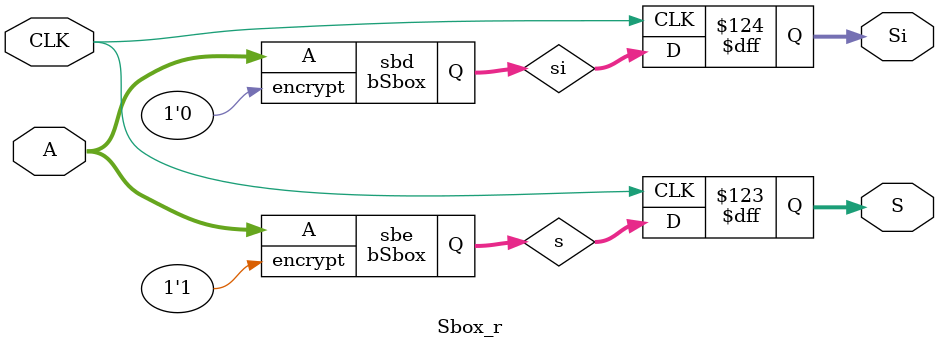
<source format=v>
/* =========================================================
 * AES S-box / InvS-box — Canright tower-field (all normal bases)
 * Case #4: [d^16, d], [alpha^8, alpha^2], [Omega^2, Omega]
 * nu = beta^8 = N^2*alpha^2, N = w^2
 * Notes:
 *  - Uses NAND/NOR/XNOR-friendly forms (~(a&b), ~| etc. avoided)
 *  - Combinational S-box top: bSbox
 *  - Registered wrapper top (optional): Sbox_r
 * ========================================================= */

/* -------- GF(2^2) primitives: normal basis [Omega^2, Omega] -------- */

/* square in GF(2^2); inverse equals square in any normal basis */
module GF_SQ_2 ( A, Q );
  input  [1:0] A;
  output [1:0] Q;
  assign Q = { A[0], A[1] };
endmodule

/* scale by w = Omega */
module GF_SCLW_2 ( A, Q );
  input  [1:0] A;
  output [1:0] Q;
  assign Q = { (A[1] ^ A[0]), A[1] };
endmodule

/* scale by w^2 = Omega^2 */
module GF_SCLW2_2 ( A, Q );
  input  [1:0] A;
  output [1:0] Q;
  assign Q = { A[0], (A[1] ^ A[0]) };
endmodule

/* multiply in GF(2^2), with shared factors */
module GF_MULS_2 ( A, ab, B, cd, Q );
  input  [1:0] A;  input ab;
  input  [1:0] B;  input cd;
  output [1:0] Q;
  wire abcd, p, q;
  assign abcd = ~(ab & cd);              /* NAND */
  assign p    = (~(A[1] & B[1])) ^ abcd;
  assign q    = (~(A[0] & B[0])) ^ abcd;
  assign Q    = { p, q };
endmodule

/* multiply & scale by N in GF(2^2), with shared factors */
module GF_MULS_SCL_2 ( A, ab, B, cd, Q );
  input  [1:0] A;  input ab;
  input  [1:0] B;  input cd;
  output [1:0] Q;
  wire t, p, q;
  assign t = ~(A[0] & B[0]);             /* NAND */
  assign p = (~(ab & cd)) ^ t;
  assign q = (~(A[1] & B[1])) ^ t;
  assign Q = { p, q };
endmodule

/* -------- GF(2^4) layer over GF(2^2): normal basis [alpha^8, alpha^2] -------- */

/* inverse in GF(2^4)/GF(2^2) */
module GF_INV_4 ( A, Q );
  input  [3:0] A;
  output [3:0] Q;
  wire [1:0] a, b, c, d, p, q;
  wire sa, sb, sd;

  assign a  = A[3:2];
  assign b  = A[1:0];
  assign sa = a[1] ^ a[0];
  assign sb = b[1] ^ b[0];

  /* optimized section (replaces: abmul+sq+scale+sq) */
  assign c = {
    ~(a[1] | b[1]) ^ (~(sa & sb)),
    ~(sa    | sb)  ^ (~(a[0] & b[0]))
  };
  GF_SQ_2 dinv( c, d );
  /* end optimization */

  assign sd = d[1] ^ d[0];
  GF_MULS_2 pmul( d, sd, b, sb, p );
  GF_MULS_2 qmul( d, sd, a, sa, q );
  assign Q = { p, q };
endmodule

/* square & scale by nu in GF(2^4)/GF(2^2), nu = beta^8 = N^2*alpha^2 */
module GF_SQ_SCL_4 ( A, Q );
  input  [3:0] A;
  output [3:0] Q;
  wire [1:0] a, b, ab2, b2, b2N2;
  assign a = A[3:2];
  assign b = A[1:0];
  GF_SQ_2   absq   ( a ^ b, ab2 );
  GF_SQ_2   bsq    ( b,     b2  );
  GF_SCLW_2 bmulN2 ( b2,    b2N2 );
  assign Q = { ab2, b2N2 };
endmodule

/* multiply in GF(2^4)/GF(2^2), with shared factors */
module GF_MULS_4 ( A, a, Al, Ah, aa, B, b, Bl, Bh, bb, Q );
  input  [3:0] A;  input [1:0] a;  input Al; input Ah; input aa;
  input  [3:0] B;  input [1:0] b;  input Bl; input Bh; input bb;
  output [3:0] Q;
  wire  [1:0] ph, pl, ps, p;
  wire  t;
  GF_MULS_2     himul( A[3:2], Ah,  B[3:2], Bh,  ph );
  GF_MULS_2     lomul( A[1:0], Al,  B[1:0], Bl,  pl );
  GF_MULS_SCL_2 summul( a,      aa,  b,      bb,  p  );
  assign Q = { (ph ^ p), (pl ^ p) };
endmodule

/* -------- GF(2^8) layer over GF(2^4): normal basis [d^16, d] -------- */

/* inverse in GF(2^8)/GF(2^4) */
module GF_INV_8 ( A, Q );
  input  [7:0] A;
  output [7:0] Q;
  wire [3:0] a, b, c, d, p, q;
  wire [1:0] sa, sb, sd, t;           /* shared factors for multipliers */
  wire al, ah, aa, bl, bh, bb, dl, dh, dd;
  wire c1, c2, c3;

  assign a  = A[7:4];
  assign b  = A[3:0];
  assign sa = a[3:2] ^ a[1:0];
  assign sb = b[3:2] ^ b[1:0];
  assign al = a[1] ^ a[0];
  assign ah = a[3] ^ a[2];
  assign aa = sa[1] ^ sa[0];
  assign bl = b[1] ^ b[0];
  assign bh = b[3] ^ b[2];
  assign bb = sb[1] ^ sb[0];

  /* optimized section (replaces: abmul + sq_scale + inv_4 on ab^ab2) */
  assign c1 = ~(ah & bh);
  assign c2 = ~(sa[0] & sb[0]);
  assign c3 = ~(aa & bb);
  assign c  = {
    ( ~(sa[0] | sb[0]) ^ (~(a[3] & b[3])) ) ^ c1 ^ c3,
    ( ~(sa[1] | sb[1]) ^ (~(a[2] & b[2])) ) ^ c1 ^ c2,
    ( ~(al    | bl   ) ^ (~(a[1] & b[1])) ) ^ c2 ^ c3,
    ( ~(a[0]  | b[0] ) ^ (~(al   & bl   )) ) ^ (~(sa[1] & sb[1])) ^ c2
  };
  GF_INV_4 dinv( c, d );
  /* end optimization */

  assign sd = d[3:2] ^ d[1:0];
  assign dl = d[1] ^ d[0];
  assign dh = d[3] ^ d[2];
  assign dd = sd[1] ^ sd[0];

  GF_MULS_4 pmul( d, sd, dl, dh, dd,  b, sb, bl, bh, bb, p );
  GF_MULS_4 qmul( d, sd, dl, dh, dd,  a, sa, al, ah, aa, q );
  assign Q = { p, q };
endmodule

/* -------- Small helpers -------- */

/* Inverting 2:1 multiplexer (MUX21I) */
module MUX21I ( A, B, s, Q );
  input  A, B, s;
  output Q;
  assign Q = ~( s ? A : B );          /* inverter + 2:1 mux */
endmodule

/* Byte-wise select and invert using MUX21I (for merged S-box) */
module SELECT_NOT_8 ( A, B, s, Q );
  input  [7:0] A, B;
  input        s;
  output [7:0] Q;
  MUX21I m7(A[7],B[7],s,Q[7]);
  MUX21I m6(A[6],B[6],s,Q[6]);
  MUX21I m5(A[5],B[5],s,Q[5]);
  MUX21I m4(A[4],B[4],s,Q[4]);
  MUX21I m3(A[3],B[3],s,Q[3]);
  MUX21I m2(A[2],B[2],s,Q[2]);
  MUX21I m1(A[1],B[1],s,Q[1]);
  MUX21I m0(A[0],B[0],s,Q[0]);
endmodule

/* -------- Merged S-box / InvS-box (combinational) -------- */
/* encrypt = 1 -> S-box, encrypt = 0 -> inverse S-box */
module bSbox ( A, encrypt, Q );
  input  [7:0] A;
  input        encrypt;         /* 1 for Sbox, 0 for inverse Sbox */
  output [7:0] Q;

  wire [7:0] B, C, D, X, Y, Z;
  wire R1, R2, R3, R4, R5, R6, R7, R8, R9;
  wire T1, T2, T3, T4, T5, T6, T7, T8, T9, T10;

  /* change basis GF(2^8) -> GF(2^8)/GF(2^4)/GF(2^2)
   * combined with bit-inverse matrix multiply of S-box */
  assign R1 = A[7] ^  A[5];
  assign R2 = A[7] ~^ A[4];
  assign R3 = A[6] ^  A[0];
  assign R4 = A[5] ~^ R3;
  assign R5 = A[4] ^  R4;
  assign R6 = A[3] ^  A[0];
  assign R7 = A[2] ^  R1;
  assign R8 = A[1] ^  R3;
  assign R9 = A[3] ^  R8;

  assign B[7] = R7 ~^ R8;
  assign B[6] = R5;
  assign B[5] = A[1] ^ R4;
  assign B[4] = R1 ~^ R3;
  assign B[3] = A[1] ^ R2 ^ R6;
  assign B[2] = ~A[0];
  assign B[1] = R4;
  assign B[0] = A[2] ~^ R9;

  assign Y[7] = R2;
  assign Y[6] = A[4] ^ R8;
  assign Y[5] = A[6] ^ A[4];
  assign Y[4] = R9;
  assign Y[3] = A[6] ~^ R2;
  assign Y[2] = R7;
  assign Y[1] = A[4] ^ R6;
  assign Y[0] = A[1] ^ R5;

  SELECT_NOT_8 sel_in( B, Y, encrypt, Z );
  GF_INV_8     inv   ( Z, C );

  /* change basis back to GF(2^8) */
  assign T1  = C[7] ^  C[3];
  assign T2  = C[6] ^  C[4];
  assign T3  = C[6] ^  C[0];
  assign T4  = C[5] ~^ C[3];
  assign T5  = C[5] ~^ T1;
  assign T6  = C[5] ~^ C[1];
  assign T7  = C[4] ~^ T6;
  assign T8  = C[2] ^  T4;
  assign T9  = C[1] ^  T2;
  assign T10 = T3   ^  T5;

  assign D[7] = T4;
  assign D[6] = T1;
  assign D[5] = T3;
  assign D[4] = T5;
  assign D[3] = T2 ^ T5;
  assign D[2] = T3 ^ T8;
  assign D[1] = T7;
  assign D[0] = T9;

  assign X[7] = C[4] ~^ C[1];
  assign X[6] = C[1] ^  T10;
  assign X[5] = C[2] ^  T10;
  assign X[4] = C[6] ~^ C[1];
  assign X[3] = T8   ^  T9;
  assign X[2] = C[7] ~^ T7;
  assign X[1] = T6;
  assign X[0] = ~C[2];

  SELECT_NOT_8 sel_out( D, X, encrypt, Q );
endmodule

/* -------- Optional registered wrapper (1-cycle latency) -------- */
module Sbox_r ( A, S, Si, CLK );
  input  [7:0] A;
  output [7:0] S;   /* S-box  */
  output [7:0] Si;  /* InvS-box */
  input        CLK /* synthesis syn_noclockbuf=1 */ ;

  reg  [7:0] S;
  reg  [7:0] Si;
  wire [7:0] s;
  wire [7:0] si;

  bSbox sbe( A, 1'b1, s  );
  bSbox sbd( A, 1'b0, si );

  always @ (posedge CLK) begin
    S  <= s;
    Si <= si;
  end
endmodule

</source>
